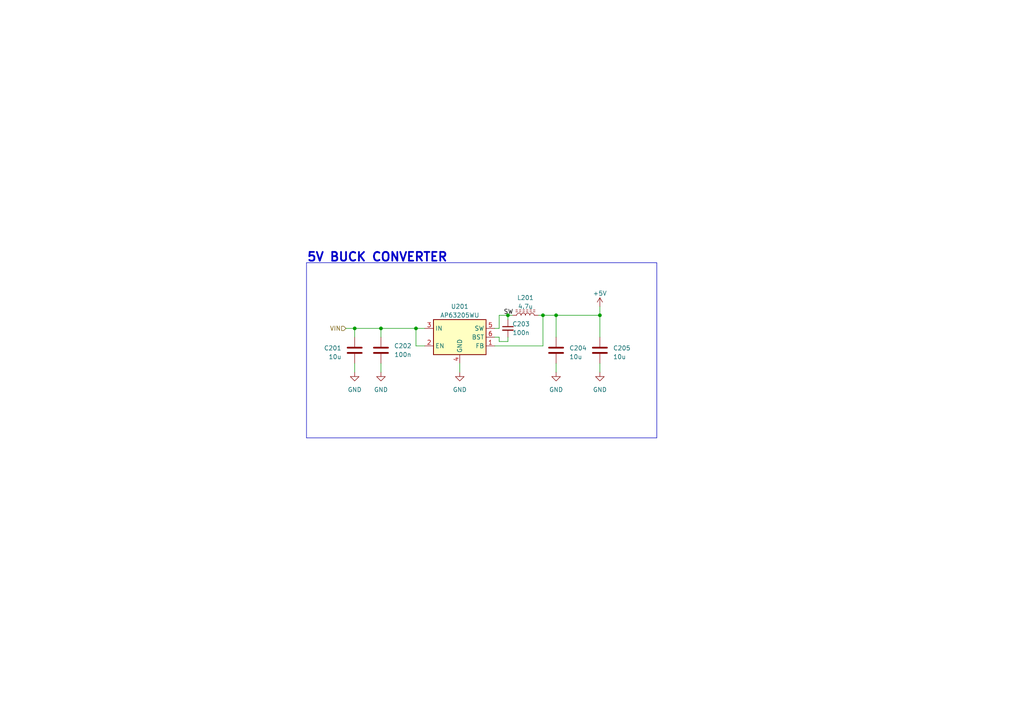
<source format=kicad_sch>
(kicad_sch (version 20230121) (generator eeschema)

  (uuid d8a12223-5bb6-43fd-be84-40ebefbe0845)

  (paper "A4")

  (title_block
    (title "Pico Baseboard")
    (date "2023-07-10")
    (rev "1.0")
    (company "sudo-junkie")
  )

  (lib_symbols
    (symbol "Device:C" (pin_numbers hide) (pin_names (offset 0.254)) (in_bom yes) (on_board yes)
      (property "Reference" "C" (at 0.635 2.54 0)
        (effects (font (size 1.27 1.27)) (justify left))
      )
      (property "Value" "C" (at 0.635 -2.54 0)
        (effects (font (size 1.27 1.27)) (justify left))
      )
      (property "Footprint" "" (at 0.9652 -3.81 0)
        (effects (font (size 1.27 1.27)) hide)
      )
      (property "Datasheet" "~" (at 0 0 0)
        (effects (font (size 1.27 1.27)) hide)
      )
      (property "ki_keywords" "cap capacitor" (at 0 0 0)
        (effects (font (size 1.27 1.27)) hide)
      )
      (property "ki_description" "Unpolarized capacitor" (at 0 0 0)
        (effects (font (size 1.27 1.27)) hide)
      )
      (property "ki_fp_filters" "C_*" (at 0 0 0)
        (effects (font (size 1.27 1.27)) hide)
      )
      (symbol "C_0_1"
        (polyline
          (pts
            (xy -2.032 -0.762)
            (xy 2.032 -0.762)
          )
          (stroke (width 0.508) (type default))
          (fill (type none))
        )
        (polyline
          (pts
            (xy -2.032 0.762)
            (xy 2.032 0.762)
          )
          (stroke (width 0.508) (type default))
          (fill (type none))
        )
      )
      (symbol "C_1_1"
        (pin passive line (at 0 3.81 270) (length 2.794)
          (name "~" (effects (font (size 1.27 1.27))))
          (number "1" (effects (font (size 1.27 1.27))))
        )
        (pin passive line (at 0 -3.81 90) (length 2.794)
          (name "~" (effects (font (size 1.27 1.27))))
          (number "2" (effects (font (size 1.27 1.27))))
        )
      )
    )
    (symbol "Device:C_Small" (pin_numbers hide) (pin_names (offset 0.254) hide) (in_bom yes) (on_board yes)
      (property "Reference" "C" (at 0.254 1.778 0)
        (effects (font (size 1.27 1.27)) (justify left))
      )
      (property "Value" "C_Small" (at 0.254 -2.032 0)
        (effects (font (size 1.27 1.27)) (justify left))
      )
      (property "Footprint" "" (at 0 0 0)
        (effects (font (size 1.27 1.27)) hide)
      )
      (property "Datasheet" "~" (at 0 0 0)
        (effects (font (size 1.27 1.27)) hide)
      )
      (property "ki_keywords" "capacitor cap" (at 0 0 0)
        (effects (font (size 1.27 1.27)) hide)
      )
      (property "ki_description" "Unpolarized capacitor, small symbol" (at 0 0 0)
        (effects (font (size 1.27 1.27)) hide)
      )
      (property "ki_fp_filters" "C_*" (at 0 0 0)
        (effects (font (size 1.27 1.27)) hide)
      )
      (symbol "C_Small_0_1"
        (polyline
          (pts
            (xy -1.524 -0.508)
            (xy 1.524 -0.508)
          )
          (stroke (width 0.3302) (type default))
          (fill (type none))
        )
        (polyline
          (pts
            (xy -1.524 0.508)
            (xy 1.524 0.508)
          )
          (stroke (width 0.3048) (type default))
          (fill (type none))
        )
      )
      (symbol "C_Small_1_1"
        (pin passive line (at 0 2.54 270) (length 2.032)
          (name "~" (effects (font (size 1.27 1.27))))
          (number "1" (effects (font (size 1.27 1.27))))
        )
        (pin passive line (at 0 -2.54 90) (length 2.032)
          (name "~" (effects (font (size 1.27 1.27))))
          (number "2" (effects (font (size 1.27 1.27))))
        )
      )
    )
    (symbol "Device:L_Ferrite" (pin_numbers hide) (pin_names (offset 1.016) hide) (in_bom yes) (on_board yes)
      (property "Reference" "L" (at -1.27 0 90)
        (effects (font (size 1.27 1.27)))
      )
      (property "Value" "L_Ferrite" (at 2.794 0 90)
        (effects (font (size 1.27 1.27)))
      )
      (property "Footprint" "" (at 0 0 0)
        (effects (font (size 1.27 1.27)) hide)
      )
      (property "Datasheet" "~" (at 0 0 0)
        (effects (font (size 1.27 1.27)) hide)
      )
      (property "ki_keywords" "inductor choke coil reactor magnetic" (at 0 0 0)
        (effects (font (size 1.27 1.27)) hide)
      )
      (property "ki_description" "Inductor with ferrite core" (at 0 0 0)
        (effects (font (size 1.27 1.27)) hide)
      )
      (property "ki_fp_filters" "Choke_* *Coil* Inductor_* L_*" (at 0 0 0)
        (effects (font (size 1.27 1.27)) hide)
      )
      (symbol "L_Ferrite_0_1"
        (arc (start 0 -2.54) (mid 0.6323 -1.905) (end 0 -1.27)
          (stroke (width 0) (type default))
          (fill (type none))
        )
        (arc (start 0 -1.27) (mid 0.6323 -0.635) (end 0 0)
          (stroke (width 0) (type default))
          (fill (type none))
        )
        (polyline
          (pts
            (xy 1.016 -2.794)
            (xy 1.016 -2.286)
          )
          (stroke (width 0) (type default))
          (fill (type none))
        )
        (polyline
          (pts
            (xy 1.016 -1.778)
            (xy 1.016 -1.27)
          )
          (stroke (width 0) (type default))
          (fill (type none))
        )
        (polyline
          (pts
            (xy 1.016 -0.762)
            (xy 1.016 -0.254)
          )
          (stroke (width 0) (type default))
          (fill (type none))
        )
        (polyline
          (pts
            (xy 1.016 0.254)
            (xy 1.016 0.762)
          )
          (stroke (width 0) (type default))
          (fill (type none))
        )
        (polyline
          (pts
            (xy 1.016 1.27)
            (xy 1.016 1.778)
          )
          (stroke (width 0) (type default))
          (fill (type none))
        )
        (polyline
          (pts
            (xy 1.016 2.286)
            (xy 1.016 2.794)
          )
          (stroke (width 0) (type default))
          (fill (type none))
        )
        (polyline
          (pts
            (xy 1.524 -2.286)
            (xy 1.524 -2.794)
          )
          (stroke (width 0) (type default))
          (fill (type none))
        )
        (polyline
          (pts
            (xy 1.524 -1.27)
            (xy 1.524 -1.778)
          )
          (stroke (width 0) (type default))
          (fill (type none))
        )
        (polyline
          (pts
            (xy 1.524 -0.254)
            (xy 1.524 -0.762)
          )
          (stroke (width 0) (type default))
          (fill (type none))
        )
        (polyline
          (pts
            (xy 1.524 0.762)
            (xy 1.524 0.254)
          )
          (stroke (width 0) (type default))
          (fill (type none))
        )
        (polyline
          (pts
            (xy 1.524 1.778)
            (xy 1.524 1.27)
          )
          (stroke (width 0) (type default))
          (fill (type none))
        )
        (polyline
          (pts
            (xy 1.524 2.794)
            (xy 1.524 2.286)
          )
          (stroke (width 0) (type default))
          (fill (type none))
        )
        (arc (start 0 0) (mid 0.6323 0.635) (end 0 1.27)
          (stroke (width 0) (type default))
          (fill (type none))
        )
        (arc (start 0 1.27) (mid 0.6323 1.905) (end 0 2.54)
          (stroke (width 0) (type default))
          (fill (type none))
        )
      )
      (symbol "L_Ferrite_1_1"
        (pin passive line (at 0 3.81 270) (length 1.27)
          (name "1" (effects (font (size 1.27 1.27))))
          (number "1" (effects (font (size 1.27 1.27))))
        )
        (pin passive line (at 0 -3.81 90) (length 1.27)
          (name "2" (effects (font (size 1.27 1.27))))
          (number "2" (effects (font (size 1.27 1.27))))
        )
      )
    )
    (symbol "Regulator_Switching:AP63205WU" (in_bom yes) (on_board yes)
      (property "Reference" "U" (at -7.62 6.35 0)
        (effects (font (size 1.27 1.27)))
      )
      (property "Value" "AP63205WU" (at 2.54 6.35 0)
        (effects (font (size 1.27 1.27)))
      )
      (property "Footprint" "Package_TO_SOT_SMD:TSOT-23-6" (at 0 -22.86 0)
        (effects (font (size 1.27 1.27)) hide)
      )
      (property "Datasheet" "https://www.diodes.com/assets/Datasheets/AP63200-AP63201-AP63203-AP63205.pdf" (at 0 0 0)
        (effects (font (size 1.27 1.27)) hide)
      )
      (property "ki_keywords" "2A Buck DC/DC" (at 0 0 0)
        (effects (font (size 1.27 1.27)) hide)
      )
      (property "ki_description" "2A, 1.1MHz Buck DC/DC Converter, fixed 5.0V output voltage, TSOT-23-6" (at 0 0 0)
        (effects (font (size 1.27 1.27)) hide)
      )
      (property "ki_fp_filters" "TSOT?23*" (at 0 0 0)
        (effects (font (size 1.27 1.27)) hide)
      )
      (symbol "AP63205WU_0_1"
        (rectangle (start -7.62 5.08) (end 7.62 -5.08)
          (stroke (width 0.254) (type default))
          (fill (type background))
        )
      )
      (symbol "AP63205WU_1_1"
        (pin input line (at 10.16 -2.54 180) (length 2.54)
          (name "FB" (effects (font (size 1.27 1.27))))
          (number "1" (effects (font (size 1.27 1.27))))
        )
        (pin input line (at -10.16 -2.54 0) (length 2.54)
          (name "EN" (effects (font (size 1.27 1.27))))
          (number "2" (effects (font (size 1.27 1.27))))
        )
        (pin power_in line (at -10.16 2.54 0) (length 2.54)
          (name "IN" (effects (font (size 1.27 1.27))))
          (number "3" (effects (font (size 1.27 1.27))))
        )
        (pin power_in line (at 0 -7.62 90) (length 2.54)
          (name "GND" (effects (font (size 1.27 1.27))))
          (number "4" (effects (font (size 1.27 1.27))))
        )
        (pin output line (at 10.16 2.54 180) (length 2.54)
          (name "SW" (effects (font (size 1.27 1.27))))
          (number "5" (effects (font (size 1.27 1.27))))
        )
        (pin passive line (at 10.16 0 180) (length 2.54)
          (name "BST" (effects (font (size 1.27 1.27))))
          (number "6" (effects (font (size 1.27 1.27))))
        )
      )
    )
    (symbol "power:+5V" (power) (pin_names (offset 0)) (in_bom yes) (on_board yes)
      (property "Reference" "#PWR" (at 0 -3.81 0)
        (effects (font (size 1.27 1.27)) hide)
      )
      (property "Value" "+5V" (at 0 3.556 0)
        (effects (font (size 1.27 1.27)))
      )
      (property "Footprint" "" (at 0 0 0)
        (effects (font (size 1.27 1.27)) hide)
      )
      (property "Datasheet" "" (at 0 0 0)
        (effects (font (size 1.27 1.27)) hide)
      )
      (property "ki_keywords" "global power" (at 0 0 0)
        (effects (font (size 1.27 1.27)) hide)
      )
      (property "ki_description" "Power symbol creates a global label with name \"+5V\"" (at 0 0 0)
        (effects (font (size 1.27 1.27)) hide)
      )
      (symbol "+5V_0_1"
        (polyline
          (pts
            (xy -0.762 1.27)
            (xy 0 2.54)
          )
          (stroke (width 0) (type default))
          (fill (type none))
        )
        (polyline
          (pts
            (xy 0 0)
            (xy 0 2.54)
          )
          (stroke (width 0) (type default))
          (fill (type none))
        )
        (polyline
          (pts
            (xy 0 2.54)
            (xy 0.762 1.27)
          )
          (stroke (width 0) (type default))
          (fill (type none))
        )
      )
      (symbol "+5V_1_1"
        (pin power_in line (at 0 0 90) (length 0) hide
          (name "+5V" (effects (font (size 1.27 1.27))))
          (number "1" (effects (font (size 1.27 1.27))))
        )
      )
    )
    (symbol "power:GND" (power) (pin_names (offset 0)) (in_bom yes) (on_board yes)
      (property "Reference" "#PWR" (at 0 -6.35 0)
        (effects (font (size 1.27 1.27)) hide)
      )
      (property "Value" "GND" (at 0 -3.81 0)
        (effects (font (size 1.27 1.27)))
      )
      (property "Footprint" "" (at 0 0 0)
        (effects (font (size 1.27 1.27)) hide)
      )
      (property "Datasheet" "" (at 0 0 0)
        (effects (font (size 1.27 1.27)) hide)
      )
      (property "ki_keywords" "global power" (at 0 0 0)
        (effects (font (size 1.27 1.27)) hide)
      )
      (property "ki_description" "Power symbol creates a global label with name \"GND\" , ground" (at 0 0 0)
        (effects (font (size 1.27 1.27)) hide)
      )
      (symbol "GND_0_1"
        (polyline
          (pts
            (xy 0 0)
            (xy 0 -1.27)
            (xy 1.27 -1.27)
            (xy 0 -2.54)
            (xy -1.27 -1.27)
            (xy 0 -1.27)
          )
          (stroke (width 0) (type default))
          (fill (type none))
        )
      )
      (symbol "GND_1_1"
        (pin power_in line (at 0 0 270) (length 0) hide
          (name "GND" (effects (font (size 1.27 1.27))))
          (number "1" (effects (font (size 1.27 1.27))))
        )
      )
    )
  )

  (junction (at 161.29 91.44) (diameter 0) (color 0 0 0 0)
    (uuid 308a2835-94bd-4a1d-b17d-cba2265ccf81)
  )
  (junction (at 173.99 91.44) (diameter 0) (color 0 0 0 0)
    (uuid 30a91692-3825-40ee-8d7e-dbadd90bf5a4)
  )
  (junction (at 147.32 91.44) (diameter 0) (color 0 0 0 0)
    (uuid 45ef7dc3-f66a-48db-820b-4d6d66d9cb9c)
  )
  (junction (at 110.49 95.25) (diameter 0) (color 0 0 0 0)
    (uuid 51f6187e-eab4-493f-85ec-d2b5de4a1034)
  )
  (junction (at 120.65 95.25) (diameter 0) (color 0 0 0 0)
    (uuid 7fbb6ec8-c420-46af-9feb-4354e1a99648)
  )
  (junction (at 157.48 91.44) (diameter 0) (color 0 0 0 0)
    (uuid ab886883-6f4a-4a90-bf2a-ff50e547e624)
  )
  (junction (at 102.87 95.25) (diameter 0) (color 0 0 0 0)
    (uuid c02ae10d-e0d3-45b3-b24d-f755253c183c)
  )

  (wire (pts (xy 147.32 91.44) (xy 147.32 92.71))
    (stroke (width 0) (type default))
    (uuid 1c1121ec-f58b-4de9-b251-5fbed3900c3e)
  )
  (wire (pts (xy 102.87 105.41) (xy 102.87 107.95))
    (stroke (width 0) (type default))
    (uuid 1c3d2386-9957-434e-98d4-fdcb4820f174)
  )
  (wire (pts (xy 173.99 88.9) (xy 173.99 91.44))
    (stroke (width 0) (type default))
    (uuid 3c94aff5-0e1a-463a-b90e-d36d88b41f78)
  )
  (wire (pts (xy 143.51 100.33) (xy 157.48 100.33))
    (stroke (width 0) (type default))
    (uuid 3f6efbe1-1411-46da-88ec-effd5ff4568a)
  )
  (wire (pts (xy 133.35 105.41) (xy 133.35 107.95))
    (stroke (width 0) (type default))
    (uuid 4ae80463-d9bd-4990-959e-495decbfae8f)
  )
  (wire (pts (xy 173.99 91.44) (xy 173.99 97.79))
    (stroke (width 0) (type default))
    (uuid 4e555e5d-b012-4276-880a-d481731070b4)
  )
  (polyline (pts (xy 190.5 76.2) (xy 190.5 127))
    (stroke (width 0) (type default))
    (uuid 4fe8b0a4-0244-4c90-8d7a-69cbfde9a0b2)
  )

  (wire (pts (xy 120.65 100.33) (xy 120.65 95.25))
    (stroke (width 0) (type default))
    (uuid 596e7701-2c2b-4a61-b645-c80c5fdf47cb)
  )
  (wire (pts (xy 100.33 95.25) (xy 102.87 95.25))
    (stroke (width 0) (type default))
    (uuid 65e06265-ee10-425c-ac0a-28bc664b0b10)
  )
  (wire (pts (xy 144.78 99.06) (xy 144.78 97.79))
    (stroke (width 0) (type default))
    (uuid 75308f63-2bea-459a-b484-210458e01dab)
  )
  (polyline (pts (xy 190.5 127) (xy 88.9 127))
    (stroke (width 0) (type default))
    (uuid 7accc90d-553e-4e1b-8683-cab43b752e10)
  )

  (wire (pts (xy 110.49 95.25) (xy 102.87 95.25))
    (stroke (width 0) (type default))
    (uuid 7e061883-241a-40c4-a849-bb91fb036353)
  )
  (polyline (pts (xy 88.9 127) (xy 88.9 76.2))
    (stroke (width 0) (type default))
    (uuid 81434a42-0524-45ab-b2ea-6b5d0061e0e9)
  )

  (wire (pts (xy 144.78 95.25) (xy 143.51 95.25))
    (stroke (width 0) (type default))
    (uuid 84a6a117-99e4-4637-97d2-1a5747b4d6c0)
  )
  (wire (pts (xy 123.19 100.33) (xy 120.65 100.33))
    (stroke (width 0) (type default))
    (uuid 897cb5f7-479e-4956-af0f-6c04e9688e61)
  )
  (wire (pts (xy 161.29 91.44) (xy 161.29 97.79))
    (stroke (width 0) (type default))
    (uuid 8d0c6f99-73e8-4087-8be0-56089c1ea1c2)
  )
  (wire (pts (xy 147.32 99.06) (xy 147.32 97.79))
    (stroke (width 0) (type default))
    (uuid 906e11ca-520f-437c-af81-229ba0366484)
  )
  (wire (pts (xy 120.65 95.25) (xy 110.49 95.25))
    (stroke (width 0) (type default))
    (uuid 9631b147-1da3-479b-8150-a80a8a4fe777)
  )
  (wire (pts (xy 102.87 95.25) (xy 102.87 97.79))
    (stroke (width 0) (type default))
    (uuid 96b16b8c-b36b-4fe4-a501-514ab8c3d303)
  )
  (wire (pts (xy 147.32 91.44) (xy 144.78 91.44))
    (stroke (width 0) (type default))
    (uuid ab9340e1-cdfe-48fa-9b2e-3bf5187e9ae6)
  )
  (wire (pts (xy 161.29 91.44) (xy 157.48 91.44))
    (stroke (width 0) (type default))
    (uuid b5683847-d5ae-4ae4-966a-af2a9f75b333)
  )
  (wire (pts (xy 110.49 95.25) (xy 110.49 97.79))
    (stroke (width 0) (type default))
    (uuid bb380b4b-733e-46ac-96d0-ebb48f6c1f56)
  )
  (wire (pts (xy 123.19 95.25) (xy 120.65 95.25))
    (stroke (width 0) (type default))
    (uuid c1e9c95e-0dcd-4f6c-8bf4-9a65aa19dec6)
  )
  (wire (pts (xy 157.48 100.33) (xy 157.48 91.44))
    (stroke (width 0) (type default))
    (uuid c6205eb0-26fe-4895-8ea1-d581f8f87018)
  )
  (wire (pts (xy 157.48 91.44) (xy 156.21 91.44))
    (stroke (width 0) (type default))
    (uuid cb4d9ada-781e-4842-91e4-e4427c9c7c1d)
  )
  (wire (pts (xy 173.99 105.41) (xy 173.99 107.95))
    (stroke (width 0) (type default))
    (uuid ce1597b8-8067-4af8-94ea-fc03c0960041)
  )
  (wire (pts (xy 147.32 91.44) (xy 148.59 91.44))
    (stroke (width 0) (type default))
    (uuid d2b9afe3-3c01-40d0-9780-4cec0bcaa2e8)
  )
  (wire (pts (xy 144.78 97.79) (xy 143.51 97.79))
    (stroke (width 0) (type default))
    (uuid d2c64218-100c-4701-af2a-c441819310b2)
  )
  (wire (pts (xy 173.99 91.44) (xy 161.29 91.44))
    (stroke (width 0) (type default))
    (uuid d5cb1d78-c193-4554-bb69-bdc59f2b66c2)
  )
  (wire (pts (xy 110.49 105.41) (xy 110.49 107.95))
    (stroke (width 0) (type default))
    (uuid d8653598-d466-4451-9cbe-90a7f20a09d2)
  )
  (wire (pts (xy 144.78 91.44) (xy 144.78 95.25))
    (stroke (width 0) (type default))
    (uuid df52e4ce-8ab0-405a-8ae6-74f8f3249ff9)
  )
  (wire (pts (xy 161.29 105.41) (xy 161.29 107.95))
    (stroke (width 0) (type default))
    (uuid e57945a6-8bff-49a6-a68f-26721b1e3a04)
  )
  (polyline (pts (xy 88.9 76.2) (xy 190.5 76.2))
    (stroke (width 0) (type default))
    (uuid eabb6fcf-ef27-45cd-b353-265ce7635519)
  )

  (wire (pts (xy 144.78 99.06) (xy 147.32 99.06))
    (stroke (width 0) (type default))
    (uuid fe5c25b2-61ed-4242-bd97-2380d6d41b5c)
  )

  (text "5V BUCK CONVERTER" (at 88.9 76.2 0)
    (effects (font (size 2.54 2.54) bold) (justify left bottom))
    (uuid a32df7ba-9ff3-42d1-9978-7e6403b32583)
  )

  (label "SW" (at 146.05 91.44 0) (fields_autoplaced)
    (effects (font (size 1.27 1.27)) (justify left bottom))
    (uuid 55cf443f-dae2-49a0-8635-e2d7c52b3440)
  )

  (hierarchical_label "VIN" (shape input) (at 100.33 95.25 180) (fields_autoplaced)
    (effects (font (size 1.27 1.27)) (justify right))
    (uuid 7167831a-1393-4b7c-9180-63448023b64f)
  )

  (symbol (lib_id "power:GND") (at 110.49 107.95 0) (unit 1)
    (in_bom yes) (on_board yes) (dnp no) (fields_autoplaced)
    (uuid 1eec291e-7cc5-4157-8a36-7c663468573d)
    (property "Reference" "#PWR0202" (at 110.49 114.3 0)
      (effects (font (size 1.27 1.27)) hide)
    )
    (property "Value" "GND" (at 110.49 113.03 0)
      (effects (font (size 1.27 1.27)))
    )
    (property "Footprint" "" (at 110.49 107.95 0)
      (effects (font (size 1.27 1.27)) hide)
    )
    (property "Datasheet" "" (at 110.49 107.95 0)
      (effects (font (size 1.27 1.27)) hide)
    )
    (pin "1" (uuid 1783644a-c3b2-4899-851e-7ab600b0593f))
    (instances
      (project "Pico_Baseboard"
        (path "/a6847629-cee6-4260-b2df-06760ba2c55e/06892dde-7f78-48e6-9b98-5eaec3e4612e"
          (reference "#PWR0202") (unit 1)
        )
      )
    )
  )

  (symbol (lib_id "Device:C") (at 110.49 101.6 0) (unit 1)
    (in_bom yes) (on_board yes) (dnp no)
    (uuid 2e30b8d6-34f7-4a61-8cc9-1f51fa16552a)
    (property "Reference" "C202" (at 116.84 100.33 0)
      (effects (font (size 1.27 1.27)))
    )
    (property "Value" "100n" (at 116.84 102.87 0)
      (effects (font (size 1.27 1.27)))
    )
    (property "Footprint" "Capacitor_SMD:C_0402_1005Metric" (at 111.4552 105.41 0)
      (effects (font (size 1.27 1.27)) hide)
    )
    (property "Datasheet" "~" (at 110.49 101.6 0)
      (effects (font (size 1.27 1.27)) hide)
    )
    (property "JLCPCB PART#" "C307380" (at 110.49 101.6 0)
      (effects (font (size 1.27 1.27)) hide)
    )
    (property "MANUFACTURER" "Samsung Electro-Mechanics " (at 110.49 101.6 0)
      (effects (font (size 1.27 1.27)) hide)
    )
    (property "MPN" "CL03A104KO3NNNC" (at 110.49 101.6 0)
      (effects (font (size 1.27 1.27)) hide)
    )
    (property "UNIT PRICE" "0.0017" (at 110.49 101.6 0)
      (effects (font (size 1.27 1.27)) hide)
    )
    (property "VENDOR" "LCSC" (at 110.49 101.6 0)
      (effects (font (size 1.27 1.27)) hide)
    )
    (pin "1" (uuid 2986cf85-158a-461b-b0be-aa7f29628075))
    (pin "2" (uuid f60882eb-035a-408d-a1fe-28f8fc44b92b))
    (instances
      (project "Pico_Baseboard"
        (path "/a6847629-cee6-4260-b2df-06760ba2c55e/06892dde-7f78-48e6-9b98-5eaec3e4612e"
          (reference "C202") (unit 1)
        )
      )
    )
  )

  (symbol (lib_id "power:GND") (at 173.99 107.95 0) (mirror y) (unit 1)
    (in_bom yes) (on_board yes) (dnp no) (fields_autoplaced)
    (uuid 396f79aa-db56-44ba-95b5-797772ecce29)
    (property "Reference" "#PWR0206" (at 173.99 114.3 0)
      (effects (font (size 1.27 1.27)) hide)
    )
    (property "Value" "GND" (at 173.99 113.03 0)
      (effects (font (size 1.27 1.27)))
    )
    (property "Footprint" "" (at 173.99 107.95 0)
      (effects (font (size 1.27 1.27)) hide)
    )
    (property "Datasheet" "" (at 173.99 107.95 0)
      (effects (font (size 1.27 1.27)) hide)
    )
    (pin "1" (uuid d47faba3-3490-4469-adea-ab8bfa7515a4))
    (instances
      (project "Pico_Baseboard"
        (path "/a6847629-cee6-4260-b2df-06760ba2c55e/06892dde-7f78-48e6-9b98-5eaec3e4612e"
          (reference "#PWR0206") (unit 1)
        )
      )
    )
  )

  (symbol (lib_id "Device:L_Ferrite") (at 152.4 91.44 90) (unit 1)
    (in_bom yes) (on_board yes) (dnp no) (fields_autoplaced)
    (uuid 44e27eb8-30f7-4889-b0e5-e84573ba2841)
    (property "Reference" "L201" (at 152.4 86.36 90)
      (effects (font (size 1.27 1.27)))
    )
    (property "Value" "4.7u" (at 152.4 88.9 90)
      (effects (font (size 1.27 1.27)))
    )
    (property "Footprint" "Inductor_SMD:L_Sunlord_MWSA0402S" (at 152.4 91.44 0)
      (effects (font (size 1.27 1.27)) hide)
    )
    (property "Datasheet" "~" (at 152.4 91.44 0)
      (effects (font (size 1.27 1.27)) hide)
    )
    (property "JLCPCB PART#" "C7187307" (at 152.4 91.44 0)
      (effects (font (size 1.27 1.27)) hide)
    )
    (property "MANUFACTURER" "DMBJ " (at 152.4 91.44 0)
      (effects (font (size 1.27 1.27)) hide)
    )
    (property "MPN" "CXP0420-4R7M-AG(4.7uh)" (at 152.4 91.44 0)
      (effects (font (size 1.27 1.27)) hide)
    )
    (property "UNIT PRICE" "0.1071" (at 152.4 91.44 0)
      (effects (font (size 1.27 1.27)) hide)
    )
    (property "VENDOR" "LCSC" (at 152.4 91.44 0)
      (effects (font (size 1.27 1.27)) hide)
    )
    (pin "1" (uuid e328839e-a24a-4dee-99ec-991119b29778))
    (pin "2" (uuid db3bc034-943a-4c4c-9a26-b43520044193))
    (instances
      (project "Pico_Baseboard"
        (path "/a6847629-cee6-4260-b2df-06760ba2c55e/06892dde-7f78-48e6-9b98-5eaec3e4612e"
          (reference "L201") (unit 1)
        )
      )
    )
  )

  (symbol (lib_id "power:GND") (at 102.87 107.95 0) (unit 1)
    (in_bom yes) (on_board yes) (dnp no) (fields_autoplaced)
    (uuid 6192af67-c2df-4e22-a79b-0f38f41cc9c7)
    (property "Reference" "#PWR0201" (at 102.87 114.3 0)
      (effects (font (size 1.27 1.27)) hide)
    )
    (property "Value" "GND" (at 102.87 113.03 0)
      (effects (font (size 1.27 1.27)))
    )
    (property "Footprint" "" (at 102.87 107.95 0)
      (effects (font (size 1.27 1.27)) hide)
    )
    (property "Datasheet" "" (at 102.87 107.95 0)
      (effects (font (size 1.27 1.27)) hide)
    )
    (pin "1" (uuid 57a95913-03ec-44d9-8a6a-7bf10d7c16a3))
    (instances
      (project "Pico_Baseboard"
        (path "/a6847629-cee6-4260-b2df-06760ba2c55e/06892dde-7f78-48e6-9b98-5eaec3e4612e"
          (reference "#PWR0201") (unit 1)
        )
      )
    )
  )

  (symbol (lib_id "Device:C") (at 102.87 101.6 0) (unit 1)
    (in_bom yes) (on_board yes) (dnp no)
    (uuid 6594a1c3-7d2f-4d3b-ac02-953ef774d56c)
    (property "Reference" "C201" (at 99.06 100.965 0)
      (effects (font (size 1.27 1.27)) (justify right))
    )
    (property "Value" "10u" (at 99.06 103.505 0)
      (effects (font (size 1.27 1.27)) (justify right))
    )
    (property "Footprint" "Capacitor_SMD:C_0402_1005Metric" (at 103.8352 105.41 0)
      (effects (font (size 1.27 1.27)) hide)
    )
    (property "Datasheet" "~" (at 102.87 101.6 0)
      (effects (font (size 1.27 1.27)) hide)
    )
    (property "JLCPCB PART#" "C344022" (at 102.87 101.6 0)
      (effects (font (size 1.27 1.27)) hide)
    )
    (property "MANUFACTURER" "Murata Electronics " (at 102.87 101.6 0)
      (effects (font (size 1.27 1.27)) hide)
    )
    (property "MPN" "GRM188R61E106KA73D" (at 102.87 101.6 0)
      (effects (font (size 1.27 1.27)) hide)
    )
    (property "UNIT PRICE" "0.0332" (at 102.87 101.6 0)
      (effects (font (size 1.27 1.27)) hide)
    )
    (property "VENDOR" "LCSC" (at 102.87 101.6 0)
      (effects (font (size 1.27 1.27)) hide)
    )
    (pin "1" (uuid 30b17038-82e7-4c95-aa11-014e7440295a))
    (pin "2" (uuid d0b859a7-8b40-46ba-890e-07e120ea4c9a))
    (instances
      (project "Pico_Baseboard"
        (path "/a6847629-cee6-4260-b2df-06760ba2c55e/06892dde-7f78-48e6-9b98-5eaec3e4612e"
          (reference "C201") (unit 1)
        )
      )
    )
  )

  (symbol (lib_id "Device:C_Small") (at 147.32 95.25 0) (unit 1)
    (in_bom yes) (on_board yes) (dnp no)
    (uuid 70049356-3629-4a41-83e1-a811c4e9b51b)
    (property "Reference" "C203" (at 151.1363 93.98 0)
      (effects (font (size 1.27 1.27)))
    )
    (property "Value" "100n" (at 151.1363 96.52 0)
      (effects (font (size 1.27 1.27)))
    )
    (property "Footprint" "Capacitor_SMD:C_0402_1005Metric" (at 147.32 95.25 0)
      (effects (font (size 1.27 1.27)) hide)
    )
    (property "Datasheet" "~" (at 147.32 95.25 0)
      (effects (font (size 1.27 1.27)) hide)
    )
    (property "JLCPCB PART#" "C307380" (at 147.32 95.25 0)
      (effects (font (size 1.27 1.27)) hide)
    )
    (property "MANUFACTURER" "Samsung Electro-Mechanics " (at 147.32 95.25 0)
      (effects (font (size 1.27 1.27)) hide)
    )
    (property "MPN" "CL03A104KO3NNNC" (at 147.32 95.25 0)
      (effects (font (size 1.27 1.27)) hide)
    )
    (property "UNIT PRICE" "0.0017" (at 147.32 95.25 0)
      (effects (font (size 1.27 1.27)) hide)
    )
    (property "VENDOR" "LCSC" (at 147.32 95.25 0)
      (effects (font (size 1.27 1.27)) hide)
    )
    (pin "1" (uuid f7671a30-33ed-42bf-bfc6-8e36dfbf484d))
    (pin "2" (uuid 611b9ff4-65f4-4626-a7c4-a982132be7d4))
    (instances
      (project "Pico_Baseboard"
        (path "/a6847629-cee6-4260-b2df-06760ba2c55e/06892dde-7f78-48e6-9b98-5eaec3e4612e"
          (reference "C203") (unit 1)
        )
      )
    )
  )

  (symbol (lib_id "Regulator_Switching:AP63205WU") (at 133.35 97.79 0) (unit 1)
    (in_bom yes) (on_board yes) (dnp no) (fields_autoplaced)
    (uuid 826024b4-4661-4299-9815-f5fd1a3b165c)
    (property "Reference" "U201" (at 133.35 88.9 0)
      (effects (font (size 1.27 1.27)))
    )
    (property "Value" "AP63205WU" (at 133.35 91.44 0)
      (effects (font (size 1.27 1.27)))
    )
    (property "Footprint" "Package_TO_SOT_SMD:TSOT-23-6" (at 133.35 120.65 0)
      (effects (font (size 1.27 1.27)) hide)
    )
    (property "Datasheet" "https://www.diodes.com/assets/Datasheets/AP63200-AP63201-AP63203-AP63205.pdf" (at 133.35 97.79 0)
      (effects (font (size 1.27 1.27)) hide)
    )
    (property "JLCPCB PART#" "C2071056" (at 133.35 97.79 0)
      (effects (font (size 1.27 1.27)) hide)
    )
    (property "MANUFACTURER" "Diodes Incorporated " (at 133.35 97.79 0)
      (effects (font (size 1.27 1.27)) hide)
    )
    (property "MPN" "AP63205WU-7" (at 133.35 97.79 0)
      (effects (font (size 1.27 1.27)) hide)
    )
    (property "UNIT PRICE" "0.3421" (at 133.35 97.79 0)
      (effects (font (size 1.27 1.27)) hide)
    )
    (property "VENDOR" "LCSC" (at 133.35 97.79 0)
      (effects (font (size 1.27 1.27)) hide)
    )
    (pin "1" (uuid ed906aa7-0e01-47ca-adf5-520d3ec458ff))
    (pin "2" (uuid d38d6ca2-8def-4eaf-985a-6b5e387a7f99))
    (pin "3" (uuid fbf6617b-fe5a-479d-8031-c9502067074e))
    (pin "4" (uuid a7a50161-5ac6-4460-8fc1-4a85131f9ea4))
    (pin "5" (uuid e1815c16-4037-4b25-91b0-415041455d78))
    (pin "6" (uuid ac3e692d-18ff-4059-94ca-3ff3e1c0add3))
    (instances
      (project "Pico_Baseboard"
        (path "/a6847629-cee6-4260-b2df-06760ba2c55e/06892dde-7f78-48e6-9b98-5eaec3e4612e"
          (reference "U201") (unit 1)
        )
      )
    )
  )

  (symbol (lib_id "power:GND") (at 133.35 107.95 0) (unit 1)
    (in_bom yes) (on_board yes) (dnp no) (fields_autoplaced)
    (uuid 82bbd072-00d9-48ce-a7fd-96a25f27031b)
    (property "Reference" "#PWR0203" (at 133.35 114.3 0)
      (effects (font (size 1.27 1.27)) hide)
    )
    (property "Value" "GND" (at 133.35 113.03 0)
      (effects (font (size 1.27 1.27)))
    )
    (property "Footprint" "" (at 133.35 107.95 0)
      (effects (font (size 1.27 1.27)) hide)
    )
    (property "Datasheet" "" (at 133.35 107.95 0)
      (effects (font (size 1.27 1.27)) hide)
    )
    (pin "1" (uuid 3959bfee-e4d9-4f4b-aa3b-4fc1b8e6edab))
    (instances
      (project "Pico_Baseboard"
        (path "/a6847629-cee6-4260-b2df-06760ba2c55e/06892dde-7f78-48e6-9b98-5eaec3e4612e"
          (reference "#PWR0203") (unit 1)
        )
      )
    )
  )

  (symbol (lib_id "Device:C") (at 173.99 101.6 0) (mirror y) (unit 1)
    (in_bom yes) (on_board yes) (dnp no)
    (uuid 9706877a-ac88-4d6f-8357-131ba8d06dd3)
    (property "Reference" "C205" (at 177.8 100.965 0)
      (effects (font (size 1.27 1.27)) (justify right))
    )
    (property "Value" "10u" (at 177.8 103.505 0)
      (effects (font (size 1.27 1.27)) (justify right))
    )
    (property "Footprint" "Capacitor_SMD:C_0402_1005Metric" (at 173.0248 105.41 0)
      (effects (font (size 1.27 1.27)) hide)
    )
    (property "Datasheet" "~" (at 173.99 101.6 0)
      (effects (font (size 1.27 1.27)) hide)
    )
    (property "JLCPCB PART#" "C344022" (at 173.99 101.6 0)
      (effects (font (size 1.27 1.27)) hide)
    )
    (property "MANUFACTURER" "Murata Electronics " (at 173.99 101.6 0)
      (effects (font (size 1.27 1.27)) hide)
    )
    (property "MPN" "GRM188R61E106KA73D" (at 173.99 101.6 0)
      (effects (font (size 1.27 1.27)) hide)
    )
    (property "UNIT PRICE" "0.0332" (at 173.99 101.6 0)
      (effects (font (size 1.27 1.27)) hide)
    )
    (property "VENDOR" "LCSC" (at 173.99 101.6 0)
      (effects (font (size 1.27 1.27)) hide)
    )
    (pin "1" (uuid 057932c4-a159-4b34-b674-725e0f1854b3))
    (pin "2" (uuid 116acea6-ac33-4a85-85bd-f358e9eeee3f))
    (instances
      (project "Pico_Baseboard"
        (path "/a6847629-cee6-4260-b2df-06760ba2c55e/06892dde-7f78-48e6-9b98-5eaec3e4612e"
          (reference "C205") (unit 1)
        )
      )
    )
  )

  (symbol (lib_id "power:+5V") (at 173.99 88.9 0) (unit 1)
    (in_bom yes) (on_board yes) (dnp no) (fields_autoplaced)
    (uuid b2dd5acc-7cd6-4c61-841a-6f075df42b11)
    (property "Reference" "#PWR0205" (at 173.99 92.71 0)
      (effects (font (size 1.27 1.27)) hide)
    )
    (property "Value" "+5V" (at 173.99 85.09 0)
      (effects (font (size 1.27 1.27)))
    )
    (property "Footprint" "" (at 173.99 88.9 0)
      (effects (font (size 1.27 1.27)) hide)
    )
    (property "Datasheet" "" (at 173.99 88.9 0)
      (effects (font (size 1.27 1.27)) hide)
    )
    (pin "1" (uuid ee5b3a11-9d82-4200-84cb-dea566ab2c9e))
    (instances
      (project "Pico_Baseboard"
        (path "/a6847629-cee6-4260-b2df-06760ba2c55e/06892dde-7f78-48e6-9b98-5eaec3e4612e"
          (reference "#PWR0205") (unit 1)
        )
      )
    )
  )

  (symbol (lib_id "power:GND") (at 161.29 107.95 0) (mirror y) (unit 1)
    (in_bom yes) (on_board yes) (dnp no) (fields_autoplaced)
    (uuid bdb0d5e2-9d32-4d13-9201-fbd98ccefd52)
    (property "Reference" "#PWR0204" (at 161.29 114.3 0)
      (effects (font (size 1.27 1.27)) hide)
    )
    (property "Value" "GND" (at 161.29 113.03 0)
      (effects (font (size 1.27 1.27)))
    )
    (property "Footprint" "" (at 161.29 107.95 0)
      (effects (font (size 1.27 1.27)) hide)
    )
    (property "Datasheet" "" (at 161.29 107.95 0)
      (effects (font (size 1.27 1.27)) hide)
    )
    (pin "1" (uuid 0bdb7cf8-e9af-454f-9741-e33b7505ef04))
    (instances
      (project "Pico_Baseboard"
        (path "/a6847629-cee6-4260-b2df-06760ba2c55e/06892dde-7f78-48e6-9b98-5eaec3e4612e"
          (reference "#PWR0204") (unit 1)
        )
      )
    )
  )

  (symbol (lib_id "Device:C") (at 161.29 101.6 0) (mirror y) (unit 1)
    (in_bom yes) (on_board yes) (dnp no)
    (uuid d84e10fd-9dc6-44f1-89b3-51fe7b23eda5)
    (property "Reference" "C204" (at 165.1 100.965 0)
      (effects (font (size 1.27 1.27)) (justify right))
    )
    (property "Value" "10u" (at 165.1 103.505 0)
      (effects (font (size 1.27 1.27)) (justify right))
    )
    (property "Footprint" "Capacitor_SMD:C_0402_1005Metric" (at 160.3248 105.41 0)
      (effects (font (size 1.27 1.27)) hide)
    )
    (property "Datasheet" "~" (at 161.29 101.6 0)
      (effects (font (size 1.27 1.27)) hide)
    )
    (property "JLCPCB PART#" "C344022" (at 161.29 101.6 0)
      (effects (font (size 1.27 1.27)) hide)
    )
    (property "MANUFACTURER" "Murata Electronics " (at 161.29 101.6 0)
      (effects (font (size 1.27 1.27)) hide)
    )
    (property "MPN" "GRM188R61E106KA73D" (at 161.29 101.6 0)
      (effects (font (size 1.27 1.27)) hide)
    )
    (property "UNIT PRICE" "0.0332" (at 161.29 101.6 0)
      (effects (font (size 1.27 1.27)) hide)
    )
    (property "VENDOR" "LCSC" (at 161.29 101.6 0)
      (effects (font (size 1.27 1.27)) hide)
    )
    (pin "1" (uuid 40f8dc7b-fd71-48e3-aaca-b0a8e431b1ed))
    (pin "2" (uuid 1c80d1a9-a850-4004-945f-5a60a9d0a4b2))
    (instances
      (project "Pico_Baseboard"
        (path "/a6847629-cee6-4260-b2df-06760ba2c55e/06892dde-7f78-48e6-9b98-5eaec3e4612e"
          (reference "C204") (unit 1)
        )
      )
    )
  )
)

</source>
